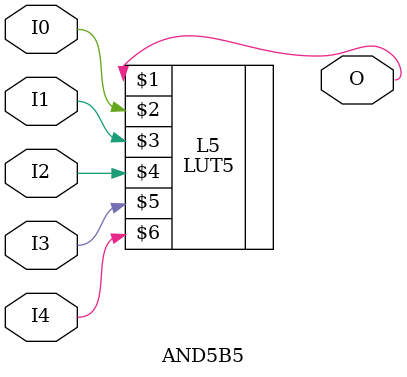
<source format=v>


`timescale  1 ps / 1 ps


module AND5B5 (O, I0, I1, I2, I3, I4);

    output O;

    input  I0, I1, I2, I3, I4;

    LUT5 #(.INIT(32'h00000001)) L5 (O, I0, I1, I2, I3, I4);

endmodule

</source>
